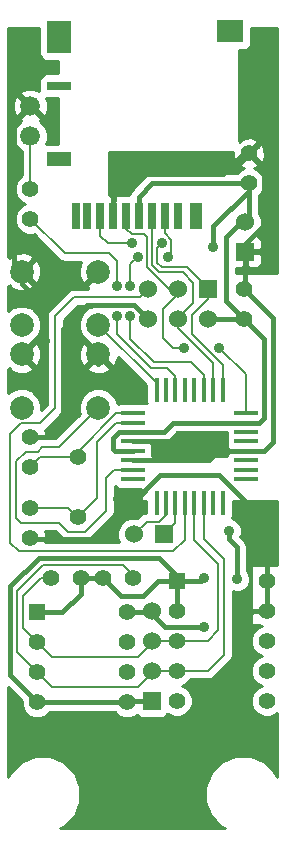
<source format=gbl>
G04 (created by PCBNEW (2013-jul-07)-stable) date 2015年01月19日 01時00分23秒*
%MOIN*%
G04 Gerber Fmt 3.4, Leading zero omitted, Abs format*
%FSLAX34Y34*%
G01*
G70*
G90*
G04 APERTURE LIST*
%ADD10C,0.00590551*%
%ADD11R,0.0787X0.0177*%
%ADD12R,0.0177X0.0787*%
%ADD13R,0.06X0.06*%
%ADD14C,0.06*%
%ADD15C,0.066*%
%ADD16C,0.056*%
%ADD17R,0.0393701X0.0866142*%
%ADD18R,0.0275591X0.0866142*%
%ADD19R,0.0255906X0.0866142*%
%ADD20R,0.0787402X0.0472441*%
%ADD21R,0.0787402X0.0314961*%
%ADD22R,0.0787402X0.110236*%
%ADD23R,0.0905512X0.0748031*%
%ADD24R,0.055X0.055*%
%ADD25C,0.055*%
%ADD26C,0.0787402*%
%ADD27C,0.035*%
%ADD28C,0.008*%
%ADD29C,0.016*%
%ADD30C,0.01*%
G04 APERTURE END LIST*
G54D10*
G54D11*
X28222Y-29812D03*
X28222Y-30127D03*
X28222Y-30442D03*
X28222Y-30757D03*
X28222Y-31072D03*
X28222Y-31387D03*
X28222Y-31702D03*
X28222Y-32017D03*
X31988Y-32015D03*
X31988Y-29805D03*
X31988Y-30125D03*
X31988Y-30445D03*
X31988Y-30755D03*
X31988Y-31075D03*
X31988Y-31385D03*
X31988Y-31705D03*
G54D12*
X29006Y-32805D03*
X29320Y-32805D03*
X29636Y-32805D03*
X29950Y-32805D03*
X30266Y-32805D03*
X30580Y-32805D03*
X30896Y-32805D03*
X31210Y-32805D03*
X29008Y-29025D03*
X29318Y-29025D03*
X29638Y-29025D03*
X29948Y-29025D03*
X30258Y-29025D03*
X30578Y-29025D03*
X30898Y-29025D03*
X31218Y-29025D03*
G54D13*
X30724Y-25681D03*
G54D14*
X30724Y-26681D03*
X29724Y-25681D03*
X29724Y-26681D03*
X28724Y-25681D03*
X28724Y-26681D03*
G54D13*
X31968Y-24437D03*
G54D14*
X31968Y-23437D03*
G54D15*
X24803Y-20578D03*
X24803Y-19578D03*
G54D16*
X26377Y-31283D03*
X26377Y-33283D03*
G54D17*
X30334Y-23228D03*
G54D18*
X29724Y-23228D03*
X29291Y-23228D03*
X28858Y-23228D03*
X28425Y-23228D03*
X27992Y-23228D03*
X27559Y-23228D03*
X27125Y-23228D03*
G54D19*
X26692Y-23228D03*
X26318Y-23228D03*
G54D20*
X25748Y-21338D03*
G54D21*
X25748Y-18897D03*
G54D22*
X25748Y-17263D03*
G54D23*
X31456Y-17086D03*
G54D24*
X25035Y-36452D03*
G54D25*
X25035Y-37452D03*
X25035Y-38452D03*
X25035Y-39452D03*
X28035Y-39452D03*
X28035Y-38452D03*
X28035Y-37452D03*
X28035Y-36452D03*
G54D24*
X29681Y-35401D03*
G54D25*
X29681Y-36401D03*
X29681Y-37401D03*
X29681Y-38401D03*
X29681Y-39401D03*
X32681Y-39401D03*
X32681Y-38401D03*
X32681Y-37401D03*
X32681Y-36401D03*
X32681Y-35401D03*
X24803Y-32964D03*
X24803Y-33964D03*
X24803Y-31602D03*
X24803Y-30602D03*
X31929Y-25681D03*
X31929Y-26681D03*
X32086Y-21153D03*
X32086Y-22153D03*
G54D26*
X27066Y-27854D03*
X27066Y-29625D03*
X24507Y-29625D03*
X24507Y-27854D03*
X27066Y-25098D03*
X27066Y-26870D03*
X24507Y-26870D03*
X24507Y-25098D03*
G54D25*
X26484Y-35314D03*
X25484Y-35314D03*
X27216Y-35314D03*
X28216Y-35314D03*
X24803Y-22334D03*
X24803Y-23334D03*
G54D13*
X28858Y-39413D03*
G54D14*
X28858Y-38413D03*
X28858Y-37413D03*
X28858Y-36413D03*
G54D13*
X29240Y-33858D03*
G54D14*
X28240Y-33858D03*
G54D27*
X27716Y-28818D03*
X27716Y-32677D03*
X25275Y-27401D03*
X26338Y-27401D03*
X31692Y-36929D03*
X30590Y-36929D03*
X32795Y-25039D03*
X32047Y-33740D03*
X28375Y-24600D03*
X29375Y-24600D03*
X28125Y-26575D03*
X28125Y-25575D03*
X27675Y-26575D03*
X27675Y-25575D03*
X28175Y-24150D03*
X29175Y-24150D03*
X31100Y-27625D03*
X29925Y-27625D03*
X31417Y-33740D03*
X30905Y-24291D03*
X31692Y-35354D03*
X30590Y-35314D03*
G54D28*
X29636Y-32805D02*
X29636Y-33462D01*
X29636Y-33462D02*
X29240Y-33858D01*
X29320Y-32805D02*
X29320Y-33199D01*
X28673Y-33425D02*
X28240Y-33858D01*
X29094Y-33425D02*
X28673Y-33425D01*
X29320Y-33199D02*
X29094Y-33425D01*
X29008Y-29025D02*
X29008Y-28811D01*
X29008Y-28811D02*
X27066Y-26870D01*
X29681Y-37401D02*
X30708Y-37401D01*
X30266Y-34045D02*
X30266Y-32805D01*
X31062Y-34842D02*
X30266Y-34045D01*
X31062Y-37047D02*
X31062Y-34842D01*
X30708Y-37401D02*
X31062Y-37047D01*
X24566Y-35905D02*
X24566Y-36984D01*
X25157Y-35314D02*
X24566Y-35905D01*
X25484Y-35314D02*
X25157Y-35314D01*
X24566Y-36984D02*
X25035Y-37452D01*
X28858Y-37413D02*
X28858Y-37480D01*
X28858Y-37480D02*
X28385Y-37952D01*
X25535Y-37952D02*
X25035Y-37452D01*
X28385Y-37952D02*
X25535Y-37952D01*
X28858Y-37413D02*
X29669Y-37413D01*
X29669Y-37413D02*
X29681Y-37401D01*
X30580Y-32805D02*
X30580Y-34005D01*
X30732Y-38401D02*
X29681Y-38401D01*
X31259Y-37874D02*
X30732Y-38401D01*
X31259Y-34685D02*
X31259Y-37874D01*
X30580Y-34005D02*
X31259Y-34685D01*
X28858Y-38413D02*
X28858Y-38464D01*
X25519Y-38937D02*
X25035Y-38452D01*
X28385Y-38937D02*
X25519Y-38937D01*
X28858Y-38464D02*
X28385Y-38937D01*
X24370Y-35748D02*
X24370Y-37787D01*
X24370Y-37787D02*
X25035Y-38452D01*
X28216Y-35314D02*
X28216Y-35224D01*
X25236Y-34881D02*
X24370Y-35748D01*
X27874Y-34881D02*
X25236Y-34881D01*
X28216Y-35224D02*
X27874Y-34881D01*
X28858Y-38413D02*
X29669Y-38413D01*
X29669Y-38413D02*
X29681Y-38401D01*
X27066Y-29625D02*
X25748Y-30944D01*
X27588Y-31702D02*
X28222Y-31702D01*
X27322Y-31968D02*
X27588Y-31702D01*
X27322Y-33070D02*
X27322Y-31968D01*
X26614Y-33779D02*
X27322Y-33070D01*
X26062Y-33779D02*
X26614Y-33779D01*
X25748Y-33464D02*
X26062Y-33779D01*
X24488Y-33464D02*
X25748Y-33464D01*
X24330Y-33307D02*
X24488Y-33464D01*
X24330Y-31417D02*
X24330Y-33307D01*
X24645Y-31102D02*
X24330Y-31417D01*
X25039Y-31102D02*
X24645Y-31102D01*
X25196Y-30944D02*
X25039Y-31102D01*
X25748Y-30944D02*
X25196Y-30944D01*
G54D29*
X27716Y-28818D02*
X27716Y-28503D01*
X27933Y-32893D02*
X27716Y-32677D01*
X28129Y-32893D02*
X27933Y-32893D01*
X27716Y-28503D02*
X27066Y-27854D01*
X25275Y-27401D02*
X24960Y-27401D01*
X24960Y-27401D02*
X24507Y-27854D01*
X25905Y-28031D02*
X25905Y-27834D01*
X24507Y-25492D02*
X24507Y-25098D01*
X25275Y-26259D02*
X24507Y-25492D01*
X25275Y-27401D02*
X25275Y-26259D01*
X25905Y-27834D02*
X26338Y-27401D01*
X25905Y-27007D02*
X25905Y-28031D01*
X25905Y-28031D02*
X25905Y-30039D01*
X28728Y-26681D02*
X28267Y-26220D01*
X28267Y-26220D02*
X26692Y-26220D01*
X26692Y-26220D02*
X25905Y-27007D01*
X26023Y-30039D02*
X25460Y-30602D01*
X24803Y-30602D02*
X25460Y-30602D01*
X28728Y-26681D02*
X28724Y-26681D01*
X28858Y-36413D02*
X28858Y-36496D01*
X32220Y-36401D02*
X32681Y-36401D01*
X31692Y-36929D02*
X32220Y-36401D01*
X29291Y-36929D02*
X30590Y-36929D01*
X28858Y-36496D02*
X29291Y-36929D01*
X28035Y-36452D02*
X28818Y-36452D01*
X28818Y-36452D02*
X28858Y-36413D01*
X32681Y-34098D02*
X32681Y-33468D01*
X29133Y-31889D02*
X28129Y-32893D01*
X32602Y-33389D02*
X31102Y-31889D01*
X31102Y-31889D02*
X29133Y-31889D01*
X32681Y-33468D02*
X32602Y-33389D01*
X32681Y-35401D02*
X32681Y-34098D01*
X32681Y-34098D02*
X32602Y-34019D01*
X32681Y-36401D02*
X32681Y-35401D01*
X27066Y-28169D02*
X27066Y-27854D01*
X32047Y-33740D02*
X32322Y-33740D01*
X32598Y-24842D02*
X32795Y-25039D01*
X32598Y-23543D02*
X32598Y-24842D01*
X32322Y-33740D02*
X32602Y-34019D01*
X32874Y-26968D02*
X32874Y-26625D01*
X32874Y-26968D02*
X32874Y-30787D01*
X32874Y-30787D02*
X32585Y-31075D01*
X31988Y-31075D02*
X32585Y-31075D01*
X32874Y-26625D02*
X31929Y-25681D01*
X31968Y-24437D02*
X31968Y-24173D01*
X32598Y-21665D02*
X32086Y-21153D01*
X32598Y-23543D02*
X32598Y-21665D01*
X31968Y-24173D02*
X32598Y-23543D01*
X32086Y-21153D02*
X31917Y-21153D01*
X31917Y-21153D02*
X31220Y-21850D01*
X27559Y-22480D02*
X27559Y-23228D01*
X28188Y-21850D02*
X27559Y-22480D01*
X31220Y-21850D02*
X28188Y-21850D01*
X27007Y-34015D02*
X24854Y-34015D01*
X24854Y-34015D02*
X24803Y-33964D01*
X28129Y-32893D02*
X27007Y-34015D01*
X31968Y-24437D02*
X31968Y-25641D01*
X31968Y-25641D02*
X31929Y-25681D01*
X29960Y-30748D02*
X29960Y-30757D01*
X29970Y-30757D02*
X29960Y-30748D01*
X24803Y-19578D02*
X24791Y-19578D01*
X24791Y-19578D02*
X24251Y-20118D01*
X24251Y-20118D02*
X24251Y-24842D01*
X24251Y-24842D02*
X24507Y-25098D01*
X24803Y-30602D02*
X24803Y-30629D01*
X28222Y-31387D02*
X29606Y-31387D01*
X29606Y-31387D02*
X30763Y-31387D01*
X30763Y-31387D02*
X31075Y-31075D01*
X28222Y-30757D02*
X29960Y-30757D01*
X29960Y-30757D02*
X30757Y-30757D01*
X30757Y-30757D02*
X31075Y-31075D01*
X31075Y-31075D02*
X31988Y-31075D01*
G54D28*
X28125Y-25575D02*
X28125Y-24850D01*
X29375Y-24600D02*
X29500Y-24475D01*
X29500Y-24475D02*
X29500Y-24025D01*
X29500Y-24025D02*
X29291Y-23816D01*
X29291Y-23228D02*
X29291Y-23816D01*
X28910Y-28110D02*
X28125Y-27325D01*
X28125Y-27325D02*
X28125Y-26575D01*
X30578Y-28530D02*
X30578Y-29025D01*
X30157Y-28110D02*
X28976Y-28110D01*
X30578Y-28530D02*
X30157Y-28110D01*
X28976Y-28110D02*
X28910Y-28110D01*
X28910Y-28110D02*
X28910Y-28110D01*
X28125Y-24850D02*
X28375Y-24600D01*
X29250Y-23269D02*
X29291Y-23228D01*
X25956Y-24488D02*
X27413Y-24488D01*
X24803Y-23334D02*
X25956Y-24488D01*
X28807Y-28307D02*
X27675Y-27175D01*
X27675Y-27175D02*
X27675Y-26575D01*
X27675Y-25575D02*
X27675Y-24750D01*
X29638Y-28588D02*
X29357Y-28307D01*
X29357Y-28307D02*
X28818Y-28307D01*
X29638Y-28588D02*
X29638Y-29025D01*
X28818Y-28307D02*
X28807Y-28307D01*
X27413Y-24488D02*
X27675Y-24750D01*
X24803Y-20578D02*
X24803Y-22334D01*
X26377Y-31283D02*
X25122Y-31283D01*
X25122Y-31283D02*
X24803Y-31602D01*
X26377Y-31283D02*
X26377Y-31102D01*
X27667Y-29812D02*
X28222Y-29812D01*
X26377Y-31102D02*
X27667Y-29812D01*
X24803Y-32964D02*
X26059Y-32964D01*
X26059Y-32964D02*
X26377Y-33283D01*
X28222Y-30127D02*
X27667Y-30127D01*
X27007Y-32653D02*
X26377Y-33283D01*
X27007Y-30787D02*
X27007Y-32653D01*
X27667Y-30127D02*
X27007Y-30787D01*
X29950Y-32805D02*
X29950Y-34026D01*
X25629Y-29645D02*
X25629Y-26574D01*
X25629Y-26574D02*
X26254Y-25950D01*
X26254Y-25950D02*
X28455Y-25950D01*
X28455Y-25950D02*
X28724Y-25681D01*
X24133Y-34133D02*
X24133Y-30511D01*
X24133Y-30511D02*
X24488Y-30157D01*
X24488Y-30157D02*
X25118Y-30157D01*
X25118Y-30157D02*
X25629Y-29645D01*
X24409Y-34409D02*
X24133Y-34133D01*
X29566Y-34409D02*
X24409Y-34409D01*
X29950Y-34026D02*
X29566Y-34409D01*
X30236Y-26141D02*
X30236Y-25472D01*
X29724Y-26653D02*
X30236Y-26141D01*
X29724Y-26681D02*
X29724Y-26653D01*
X28858Y-24883D02*
X28858Y-23228D01*
X29093Y-25118D02*
X28858Y-24883D01*
X29881Y-25118D02*
X29093Y-25118D01*
X30236Y-25472D02*
X29881Y-25118D01*
X30898Y-29025D02*
X30898Y-28142D01*
X29724Y-26968D02*
X29724Y-26681D01*
X30898Y-28142D02*
X29724Y-26968D01*
X27825Y-24150D02*
X27375Y-24150D01*
X29175Y-24950D02*
X29025Y-24800D01*
X29025Y-24800D02*
X29025Y-24300D01*
X29025Y-24300D02*
X29175Y-24150D01*
X30724Y-25681D02*
X30724Y-25649D01*
X27825Y-24150D02*
X28175Y-24150D01*
X30025Y-24950D02*
X29350Y-24950D01*
X30724Y-25649D02*
X30025Y-24950D01*
X29350Y-24950D02*
X29175Y-24950D01*
X27125Y-23900D02*
X27125Y-23228D01*
X27375Y-24150D02*
X27125Y-23900D01*
X31218Y-29025D02*
X31218Y-28193D01*
X30724Y-26007D02*
X30724Y-25681D01*
X30196Y-26535D02*
X30724Y-26007D01*
X30196Y-27171D02*
X30196Y-26535D01*
X31218Y-28193D02*
X30196Y-27171D01*
X29724Y-25681D02*
X29724Y-25825D01*
X31988Y-28513D02*
X31100Y-27625D01*
X29925Y-27625D02*
X29550Y-27625D01*
X31988Y-28513D02*
X31988Y-29805D01*
X29225Y-27300D02*
X29550Y-27625D01*
X29225Y-26325D02*
X29225Y-27300D01*
X29724Y-25825D02*
X29225Y-26325D01*
X27992Y-23228D02*
X27992Y-23661D01*
X29406Y-25681D02*
X29724Y-25681D01*
X28677Y-24952D02*
X29406Y-25681D01*
X28677Y-23952D02*
X28677Y-24952D01*
X28575Y-23850D02*
X28677Y-23952D01*
X28180Y-23850D02*
X28575Y-23850D01*
X27992Y-23661D02*
X28180Y-23850D01*
X29724Y-25681D02*
X29539Y-25681D01*
G54D29*
X29681Y-35401D02*
X30503Y-35401D01*
X32086Y-22401D02*
X32086Y-22153D01*
X30905Y-23582D02*
X30905Y-24291D01*
X32086Y-22401D02*
X30905Y-23582D01*
X31417Y-34015D02*
X31417Y-33740D01*
X31692Y-34291D02*
X31417Y-34015D01*
X31692Y-35354D02*
X31692Y-34291D01*
X30503Y-35401D02*
X30590Y-35314D01*
X26484Y-35314D02*
X26484Y-35838D01*
X25870Y-36452D02*
X25035Y-36452D01*
X26484Y-35838D02*
X25870Y-36452D01*
X27216Y-35314D02*
X26484Y-35314D01*
X29681Y-35401D02*
X29047Y-35401D01*
X27807Y-35905D02*
X27216Y-35314D01*
X28543Y-35905D02*
X27807Y-35905D01*
X29047Y-35401D02*
X28543Y-35905D01*
X29681Y-36401D02*
X29681Y-35401D01*
X25035Y-39452D02*
X28035Y-39452D01*
X28035Y-39452D02*
X28074Y-39413D01*
X28074Y-39413D02*
X28858Y-39413D01*
X24133Y-37244D02*
X24133Y-38551D01*
X29681Y-35232D02*
X29094Y-34645D01*
X29094Y-34645D02*
X25078Y-34645D01*
X25078Y-34645D02*
X24133Y-35590D01*
X24133Y-35590D02*
X24133Y-37244D01*
X29681Y-35401D02*
X29681Y-35232D01*
X24133Y-38551D02*
X25035Y-39452D01*
X31988Y-30125D02*
X32433Y-30125D01*
X32598Y-27350D02*
X31929Y-26681D01*
X32598Y-29960D02*
X32598Y-27350D01*
X32433Y-30125D02*
X32598Y-29960D01*
X31968Y-23437D02*
X31838Y-23437D01*
X31838Y-23437D02*
X31338Y-23937D01*
X31338Y-23937D02*
X31338Y-26090D01*
X31338Y-26090D02*
X31929Y-26681D01*
X32086Y-22153D02*
X32086Y-23318D01*
X32086Y-23318D02*
X31968Y-23437D01*
X30724Y-26681D02*
X31929Y-26681D01*
X32086Y-22153D02*
X28870Y-22153D01*
X28870Y-22153D02*
X28425Y-22598D01*
X28425Y-22598D02*
X28425Y-23228D01*
X31988Y-30125D02*
X29559Y-30125D01*
X29242Y-30442D02*
X28222Y-30442D01*
X29559Y-30125D02*
X29242Y-30442D01*
X28222Y-30442D02*
X27746Y-30442D01*
X27607Y-31072D02*
X28222Y-31072D01*
X27559Y-31023D02*
X27607Y-31072D01*
X27559Y-30629D02*
X27559Y-31023D01*
X27746Y-30442D02*
X27559Y-30629D01*
G54D10*
G36*
X24879Y-30607D02*
X24808Y-30678D01*
X24803Y-30673D01*
X24797Y-30678D01*
X24726Y-30607D01*
X24732Y-30602D01*
X24726Y-30596D01*
X24797Y-30526D01*
X24803Y-30531D01*
X24808Y-30526D01*
X24879Y-30596D01*
X24873Y-30602D01*
X24879Y-30607D01*
X24879Y-30607D01*
G37*
G54D30*
X24879Y-30607D02*
X24808Y-30678D01*
X24803Y-30673D01*
X24797Y-30678D01*
X24726Y-30607D01*
X24732Y-30602D01*
X24726Y-30596D01*
X24797Y-30526D01*
X24803Y-30531D01*
X24808Y-30526D01*
X24879Y-30596D01*
X24873Y-30602D01*
X24879Y-30607D01*
G54D10*
G36*
X24879Y-33970D02*
X24808Y-34040D01*
X24803Y-34035D01*
X24797Y-34040D01*
X24726Y-33970D01*
X24732Y-33964D01*
X24726Y-33958D01*
X24797Y-33888D01*
X24803Y-33893D01*
X24808Y-33888D01*
X24879Y-33958D01*
X24873Y-33964D01*
X24879Y-33970D01*
X24879Y-33970D01*
G37*
G54D30*
X24879Y-33970D02*
X24808Y-34040D01*
X24803Y-34035D01*
X24797Y-34040D01*
X24726Y-33970D01*
X24732Y-33964D01*
X24726Y-33958D01*
X24797Y-33888D01*
X24803Y-33893D01*
X24808Y-33888D01*
X24879Y-33958D01*
X24873Y-33964D01*
X24879Y-33970D01*
G54D10*
G36*
X27143Y-25103D02*
X27072Y-25174D01*
X27066Y-25169D01*
X26683Y-25552D01*
X26722Y-25657D01*
X26730Y-25660D01*
X26254Y-25660D01*
X26254Y-25660D01*
X26143Y-25682D01*
X26049Y-25744D01*
X26049Y-25744D01*
X26049Y-25744D01*
X25424Y-26369D01*
X25361Y-26463D01*
X25339Y-26574D01*
X25339Y-29525D01*
X25155Y-29709D01*
X25155Y-27958D01*
X25155Y-25202D01*
X25146Y-24946D01*
X25066Y-24754D01*
X24961Y-24715D01*
X24890Y-24786D01*
X24578Y-25098D01*
X24961Y-25481D01*
X25066Y-25442D01*
X25155Y-25202D01*
X25155Y-27958D01*
X25146Y-27702D01*
X25066Y-27510D01*
X24961Y-27471D01*
X24578Y-27854D01*
X24961Y-28237D01*
X25066Y-28198D01*
X25155Y-27958D01*
X25155Y-29709D01*
X25151Y-29713D01*
X25151Y-29498D01*
X25053Y-29261D01*
X24890Y-29098D01*
X24872Y-29080D01*
X24636Y-28982D01*
X24380Y-28982D01*
X24143Y-29079D01*
X24065Y-29157D01*
X24065Y-28338D01*
X24079Y-28353D01*
X24124Y-28308D01*
X24163Y-28413D01*
X24403Y-28502D01*
X24659Y-28492D01*
X24852Y-28413D01*
X24890Y-28308D01*
X24507Y-27925D01*
X24502Y-27930D01*
X24431Y-27859D01*
X24437Y-27854D01*
X24431Y-27848D01*
X24502Y-27778D01*
X24507Y-27783D01*
X24890Y-27400D01*
X24890Y-27398D01*
X25053Y-27235D01*
X25151Y-26998D01*
X25151Y-26742D01*
X25053Y-26505D01*
X24890Y-26342D01*
X24872Y-26324D01*
X24636Y-26226D01*
X24380Y-26226D01*
X24143Y-26324D01*
X24065Y-26401D01*
X24065Y-25583D01*
X24079Y-25597D01*
X24124Y-25552D01*
X24163Y-25657D01*
X24403Y-25746D01*
X24659Y-25736D01*
X24852Y-25657D01*
X24890Y-25552D01*
X24507Y-25169D01*
X24502Y-25174D01*
X24431Y-25103D01*
X24437Y-25098D01*
X24431Y-25092D01*
X24502Y-25022D01*
X24507Y-25027D01*
X24890Y-24644D01*
X24852Y-24539D01*
X24612Y-24450D01*
X24356Y-24459D01*
X24163Y-24539D01*
X24124Y-24644D01*
X24079Y-24599D01*
X24065Y-24613D01*
X24065Y-16979D01*
X25104Y-16979D01*
X25104Y-17864D01*
X25142Y-17956D01*
X25212Y-18026D01*
X25304Y-18064D01*
X25403Y-18065D01*
X25737Y-18065D01*
X25737Y-18490D01*
X25304Y-18490D01*
X25212Y-18528D01*
X25142Y-18598D01*
X25104Y-18690D01*
X25104Y-18789D01*
X25104Y-19070D01*
X24892Y-18994D01*
X24661Y-19004D01*
X24497Y-19072D01*
X24466Y-19171D01*
X24803Y-19508D01*
X24808Y-19502D01*
X24879Y-19573D01*
X24873Y-19578D01*
X25210Y-19915D01*
X25309Y-19884D01*
X25387Y-19667D01*
X25377Y-19437D01*
X25322Y-19305D01*
X25403Y-19305D01*
X25737Y-19305D01*
X25737Y-20852D01*
X25317Y-20852D01*
X25383Y-20694D01*
X25383Y-20463D01*
X25295Y-20250D01*
X25132Y-20087D01*
X25111Y-20078D01*
X25140Y-19986D01*
X24803Y-19649D01*
X24732Y-19720D01*
X24732Y-19578D01*
X24395Y-19241D01*
X24297Y-19272D01*
X24218Y-19489D01*
X24228Y-19720D01*
X24297Y-19884D01*
X24395Y-19915D01*
X24732Y-19578D01*
X24732Y-19720D01*
X24466Y-19986D01*
X24495Y-20078D01*
X24475Y-20086D01*
X24311Y-20249D01*
X24223Y-20462D01*
X24223Y-20693D01*
X24311Y-20906D01*
X24474Y-21070D01*
X24513Y-21086D01*
X24513Y-21886D01*
X24506Y-21889D01*
X24358Y-22036D01*
X24278Y-22229D01*
X24278Y-22438D01*
X24357Y-22631D01*
X24505Y-22779D01*
X24638Y-22834D01*
X24506Y-22889D01*
X24358Y-23036D01*
X24278Y-23229D01*
X24278Y-23438D01*
X24357Y-23631D01*
X24505Y-23779D01*
X24698Y-23859D01*
X24907Y-23859D01*
X24914Y-23856D01*
X25751Y-24693D01*
X25751Y-24693D01*
X25845Y-24756D01*
X25956Y-24778D01*
X25956Y-24778D01*
X25956Y-24778D01*
X26499Y-24778D01*
X26418Y-24994D01*
X26428Y-25250D01*
X26508Y-25442D01*
X26613Y-25481D01*
X26996Y-25098D01*
X26990Y-25092D01*
X27061Y-25022D01*
X27066Y-25027D01*
X27072Y-25022D01*
X27143Y-25092D01*
X27137Y-25098D01*
X27143Y-25103D01*
X27143Y-25103D01*
G37*
G54D30*
X27143Y-25103D02*
X27072Y-25174D01*
X27066Y-25169D01*
X26683Y-25552D01*
X26722Y-25657D01*
X26730Y-25660D01*
X26254Y-25660D01*
X26254Y-25660D01*
X26143Y-25682D01*
X26049Y-25744D01*
X26049Y-25744D01*
X26049Y-25744D01*
X25424Y-26369D01*
X25361Y-26463D01*
X25339Y-26574D01*
X25339Y-29525D01*
X25155Y-29709D01*
X25155Y-27958D01*
X25155Y-25202D01*
X25146Y-24946D01*
X25066Y-24754D01*
X24961Y-24715D01*
X24890Y-24786D01*
X24578Y-25098D01*
X24961Y-25481D01*
X25066Y-25442D01*
X25155Y-25202D01*
X25155Y-27958D01*
X25146Y-27702D01*
X25066Y-27510D01*
X24961Y-27471D01*
X24578Y-27854D01*
X24961Y-28237D01*
X25066Y-28198D01*
X25155Y-27958D01*
X25155Y-29709D01*
X25151Y-29713D01*
X25151Y-29498D01*
X25053Y-29261D01*
X24890Y-29098D01*
X24872Y-29080D01*
X24636Y-28982D01*
X24380Y-28982D01*
X24143Y-29079D01*
X24065Y-29157D01*
X24065Y-28338D01*
X24079Y-28353D01*
X24124Y-28308D01*
X24163Y-28413D01*
X24403Y-28502D01*
X24659Y-28492D01*
X24852Y-28413D01*
X24890Y-28308D01*
X24507Y-27925D01*
X24502Y-27930D01*
X24431Y-27859D01*
X24437Y-27854D01*
X24431Y-27848D01*
X24502Y-27778D01*
X24507Y-27783D01*
X24890Y-27400D01*
X24890Y-27398D01*
X25053Y-27235D01*
X25151Y-26998D01*
X25151Y-26742D01*
X25053Y-26505D01*
X24890Y-26342D01*
X24872Y-26324D01*
X24636Y-26226D01*
X24380Y-26226D01*
X24143Y-26324D01*
X24065Y-26401D01*
X24065Y-25583D01*
X24079Y-25597D01*
X24124Y-25552D01*
X24163Y-25657D01*
X24403Y-25746D01*
X24659Y-25736D01*
X24852Y-25657D01*
X24890Y-25552D01*
X24507Y-25169D01*
X24502Y-25174D01*
X24431Y-25103D01*
X24437Y-25098D01*
X24431Y-25092D01*
X24502Y-25022D01*
X24507Y-25027D01*
X24890Y-24644D01*
X24852Y-24539D01*
X24612Y-24450D01*
X24356Y-24459D01*
X24163Y-24539D01*
X24124Y-24644D01*
X24079Y-24599D01*
X24065Y-24613D01*
X24065Y-16979D01*
X25104Y-16979D01*
X25104Y-17864D01*
X25142Y-17956D01*
X25212Y-18026D01*
X25304Y-18064D01*
X25403Y-18065D01*
X25737Y-18065D01*
X25737Y-18490D01*
X25304Y-18490D01*
X25212Y-18528D01*
X25142Y-18598D01*
X25104Y-18690D01*
X25104Y-18789D01*
X25104Y-19070D01*
X24892Y-18994D01*
X24661Y-19004D01*
X24497Y-19072D01*
X24466Y-19171D01*
X24803Y-19508D01*
X24808Y-19502D01*
X24879Y-19573D01*
X24873Y-19578D01*
X25210Y-19915D01*
X25309Y-19884D01*
X25387Y-19667D01*
X25377Y-19437D01*
X25322Y-19305D01*
X25403Y-19305D01*
X25737Y-19305D01*
X25737Y-20852D01*
X25317Y-20852D01*
X25383Y-20694D01*
X25383Y-20463D01*
X25295Y-20250D01*
X25132Y-20087D01*
X25111Y-20078D01*
X25140Y-19986D01*
X24803Y-19649D01*
X24732Y-19720D01*
X24732Y-19578D01*
X24395Y-19241D01*
X24297Y-19272D01*
X24218Y-19489D01*
X24228Y-19720D01*
X24297Y-19884D01*
X24395Y-19915D01*
X24732Y-19578D01*
X24732Y-19720D01*
X24466Y-19986D01*
X24495Y-20078D01*
X24475Y-20086D01*
X24311Y-20249D01*
X24223Y-20462D01*
X24223Y-20693D01*
X24311Y-20906D01*
X24474Y-21070D01*
X24513Y-21086D01*
X24513Y-21886D01*
X24506Y-21889D01*
X24358Y-22036D01*
X24278Y-22229D01*
X24278Y-22438D01*
X24357Y-22631D01*
X24505Y-22779D01*
X24638Y-22834D01*
X24506Y-22889D01*
X24358Y-23036D01*
X24278Y-23229D01*
X24278Y-23438D01*
X24357Y-23631D01*
X24505Y-23779D01*
X24698Y-23859D01*
X24907Y-23859D01*
X24914Y-23856D01*
X25751Y-24693D01*
X25751Y-24693D01*
X25845Y-24756D01*
X25956Y-24778D01*
X25956Y-24778D01*
X25956Y-24778D01*
X26499Y-24778D01*
X26418Y-24994D01*
X26428Y-25250D01*
X26508Y-25442D01*
X26613Y-25481D01*
X26996Y-25098D01*
X26990Y-25092D01*
X27061Y-25022D01*
X27066Y-25027D01*
X27072Y-25022D01*
X27143Y-25092D01*
X27137Y-25098D01*
X27143Y-25103D01*
G54D10*
G36*
X28667Y-33136D02*
X28562Y-33157D01*
X28468Y-33220D01*
X28468Y-33220D01*
X28468Y-33220D01*
X28371Y-33317D01*
X28350Y-33308D01*
X28131Y-33308D01*
X27929Y-33391D01*
X27774Y-33546D01*
X27690Y-33748D01*
X27690Y-33967D01*
X27752Y-34119D01*
X25305Y-34119D01*
X25333Y-34040D01*
X25321Y-33831D01*
X25289Y-33754D01*
X25627Y-33754D01*
X25857Y-33984D01*
X25857Y-33984D01*
X25952Y-34047D01*
X26062Y-34069D01*
X26062Y-34069D01*
X26062Y-34069D01*
X26614Y-34069D01*
X26725Y-34047D01*
X26819Y-33984D01*
X27527Y-33275D01*
X27590Y-33181D01*
X27612Y-33070D01*
X27612Y-32238D01*
X27616Y-32247D01*
X27686Y-32317D01*
X27778Y-32355D01*
X27878Y-32356D01*
X28493Y-32356D01*
X28493Y-32727D01*
X28667Y-32727D01*
X28667Y-33136D01*
X28667Y-33136D01*
G37*
G54D30*
X28667Y-33136D02*
X28562Y-33157D01*
X28468Y-33220D01*
X28468Y-33220D01*
X28468Y-33220D01*
X28371Y-33317D01*
X28350Y-33308D01*
X28131Y-33308D01*
X27929Y-33391D01*
X27774Y-33546D01*
X27690Y-33748D01*
X27690Y-33967D01*
X27752Y-34119D01*
X25305Y-34119D01*
X25333Y-34040D01*
X25321Y-33831D01*
X25289Y-33754D01*
X25627Y-33754D01*
X25857Y-33984D01*
X25857Y-33984D01*
X25952Y-34047D01*
X26062Y-34069D01*
X26062Y-34069D01*
X26062Y-34069D01*
X26614Y-34069D01*
X26725Y-34047D01*
X26819Y-33984D01*
X27527Y-33275D01*
X27590Y-33181D01*
X27612Y-33070D01*
X27612Y-32238D01*
X27616Y-32247D01*
X27686Y-32317D01*
X27778Y-32355D01*
X27878Y-32356D01*
X28493Y-32356D01*
X28493Y-32727D01*
X28667Y-32727D01*
X28667Y-33136D01*
G54D10*
G36*
X28673Y-29477D02*
X28665Y-29474D01*
X28566Y-29473D01*
X27779Y-29473D01*
X27710Y-29502D01*
X27710Y-29498D01*
X27612Y-29261D01*
X27449Y-29098D01*
X27449Y-28308D01*
X27066Y-27925D01*
X26996Y-27995D01*
X26996Y-27854D01*
X26613Y-27471D01*
X26508Y-27510D01*
X26418Y-27750D01*
X26428Y-28006D01*
X26508Y-28198D01*
X26613Y-28237D01*
X26996Y-27854D01*
X26996Y-27995D01*
X26683Y-28308D01*
X26722Y-28413D01*
X26962Y-28502D01*
X27218Y-28492D01*
X27411Y-28413D01*
X27449Y-28308D01*
X27449Y-29098D01*
X27432Y-29080D01*
X27195Y-28982D01*
X26939Y-28982D01*
X26702Y-29079D01*
X26521Y-29260D01*
X26423Y-29497D01*
X26423Y-29753D01*
X26454Y-29828D01*
X25627Y-30654D01*
X25331Y-30654D01*
X25321Y-30469D01*
X25287Y-30386D01*
X25323Y-30362D01*
X25834Y-29850D01*
X25834Y-29850D01*
X25834Y-29850D01*
X25897Y-29756D01*
X25919Y-29645D01*
X25919Y-26694D01*
X26374Y-26240D01*
X26906Y-26240D01*
X26702Y-26324D01*
X26521Y-26504D01*
X26423Y-26741D01*
X26423Y-26997D01*
X26520Y-27234D01*
X26684Y-27398D01*
X26683Y-27400D01*
X27066Y-27783D01*
X27072Y-27778D01*
X27143Y-27848D01*
X27137Y-27854D01*
X27520Y-28237D01*
X27625Y-28198D01*
X27714Y-27958D01*
X27713Y-27927D01*
X28669Y-28882D01*
X28669Y-29468D01*
X28673Y-29477D01*
X28673Y-29477D01*
G37*
G54D30*
X28673Y-29477D02*
X28665Y-29474D01*
X28566Y-29473D01*
X27779Y-29473D01*
X27710Y-29502D01*
X27710Y-29498D01*
X27612Y-29261D01*
X27449Y-29098D01*
X27449Y-28308D01*
X27066Y-27925D01*
X26996Y-27995D01*
X26996Y-27854D01*
X26613Y-27471D01*
X26508Y-27510D01*
X26418Y-27750D01*
X26428Y-28006D01*
X26508Y-28198D01*
X26613Y-28237D01*
X26996Y-27854D01*
X26996Y-27995D01*
X26683Y-28308D01*
X26722Y-28413D01*
X26962Y-28502D01*
X27218Y-28492D01*
X27411Y-28413D01*
X27449Y-28308D01*
X27449Y-29098D01*
X27432Y-29080D01*
X27195Y-28982D01*
X26939Y-28982D01*
X26702Y-29079D01*
X26521Y-29260D01*
X26423Y-29497D01*
X26423Y-29753D01*
X26454Y-29828D01*
X25627Y-30654D01*
X25331Y-30654D01*
X25321Y-30469D01*
X25287Y-30386D01*
X25323Y-30362D01*
X25834Y-29850D01*
X25834Y-29850D01*
X25834Y-29850D01*
X25897Y-29756D01*
X25919Y-29645D01*
X25919Y-26694D01*
X26374Y-26240D01*
X26906Y-26240D01*
X26702Y-26324D01*
X26521Y-26504D01*
X26423Y-26741D01*
X26423Y-26997D01*
X26520Y-27234D01*
X26684Y-27398D01*
X26683Y-27400D01*
X27066Y-27783D01*
X27072Y-27778D01*
X27143Y-27848D01*
X27137Y-27854D01*
X27520Y-28237D01*
X27625Y-28198D01*
X27714Y-27958D01*
X27713Y-27927D01*
X28669Y-28882D01*
X28669Y-29468D01*
X28673Y-29477D01*
G54D10*
G36*
X28800Y-26686D02*
X28729Y-26757D01*
X28724Y-26751D01*
X28718Y-26757D01*
X28648Y-26686D01*
X28653Y-26681D01*
X28648Y-26675D01*
X28718Y-26604D01*
X28724Y-26610D01*
X28729Y-26604D01*
X28800Y-26675D01*
X28795Y-26681D01*
X28800Y-26686D01*
X28800Y-26686D01*
G37*
G54D30*
X28800Y-26686D02*
X28729Y-26757D01*
X28724Y-26751D01*
X28718Y-26757D01*
X28648Y-26686D01*
X28653Y-26681D01*
X28648Y-26675D01*
X28718Y-26604D01*
X28724Y-26610D01*
X28729Y-26604D01*
X28800Y-26675D01*
X28795Y-26681D01*
X28800Y-26686D01*
G54D10*
G36*
X31488Y-31070D02*
X31453Y-31084D01*
X31418Y-31119D01*
X31407Y-31119D01*
X31344Y-31182D01*
X31344Y-31213D01*
X31351Y-31230D01*
X31344Y-31247D01*
X31344Y-31249D01*
X28865Y-31249D01*
X28865Y-31249D01*
X28857Y-31230D01*
X28865Y-31210D01*
X28865Y-31111D01*
X28865Y-30934D01*
X28857Y-30915D01*
X28865Y-30895D01*
X28865Y-30864D01*
X28808Y-30807D01*
X28865Y-30807D01*
X28865Y-30772D01*
X29242Y-30772D01*
X29368Y-30747D01*
X29368Y-30747D01*
X29475Y-30675D01*
X29696Y-30455D01*
X31344Y-30455D01*
X31344Y-30583D01*
X31351Y-30600D01*
X31344Y-30617D01*
X31344Y-30716D01*
X31344Y-30893D01*
X31353Y-30915D01*
X31344Y-30937D01*
X31344Y-30968D01*
X31407Y-31031D01*
X31428Y-31031D01*
X31452Y-31055D01*
X31488Y-31070D01*
X31488Y-31070D01*
G37*
G54D30*
X31488Y-31070D02*
X31453Y-31084D01*
X31418Y-31119D01*
X31407Y-31119D01*
X31344Y-31182D01*
X31344Y-31213D01*
X31351Y-31230D01*
X31344Y-31247D01*
X31344Y-31249D01*
X28865Y-31249D01*
X28865Y-31249D01*
X28857Y-31230D01*
X28865Y-31210D01*
X28865Y-31111D01*
X28865Y-30934D01*
X28857Y-30915D01*
X28865Y-30895D01*
X28865Y-30864D01*
X28808Y-30807D01*
X28865Y-30807D01*
X28865Y-30772D01*
X29242Y-30772D01*
X29368Y-30747D01*
X29368Y-30747D01*
X29475Y-30675D01*
X29696Y-30455D01*
X31344Y-30455D01*
X31344Y-30583D01*
X31351Y-30600D01*
X31344Y-30617D01*
X31344Y-30716D01*
X31344Y-30893D01*
X31353Y-30915D01*
X31344Y-30937D01*
X31344Y-30968D01*
X31407Y-31031D01*
X31428Y-31031D01*
X31452Y-31055D01*
X31488Y-31070D01*
G54D10*
G36*
X33020Y-25146D02*
X32616Y-25146D01*
X32616Y-21229D01*
X32605Y-21020D01*
X32547Y-20880D01*
X32454Y-20856D01*
X32383Y-20927D01*
X32157Y-21153D01*
X32454Y-21450D01*
X32547Y-21426D01*
X32616Y-21229D01*
X32616Y-25146D01*
X32518Y-25146D01*
X32518Y-24786D01*
X32518Y-24549D01*
X32456Y-24487D01*
X32018Y-24487D01*
X32018Y-24924D01*
X32081Y-24987D01*
X32218Y-24987D01*
X32318Y-24986D01*
X32410Y-24948D01*
X32480Y-24878D01*
X32518Y-24786D01*
X32518Y-25146D01*
X31668Y-25146D01*
X31668Y-24987D01*
X31718Y-24987D01*
X31856Y-24987D01*
X31918Y-24924D01*
X31918Y-24487D01*
X31910Y-24487D01*
X31910Y-24387D01*
X31918Y-24387D01*
X31918Y-24379D01*
X32018Y-24379D01*
X32018Y-24387D01*
X32456Y-24387D01*
X32518Y-24324D01*
X32518Y-24087D01*
X32480Y-23995D01*
X32410Y-23925D01*
X32318Y-23887D01*
X32296Y-23887D01*
X32434Y-23748D01*
X32518Y-23546D01*
X32518Y-23328D01*
X32435Y-23125D01*
X32416Y-23107D01*
X32416Y-22565D01*
X32531Y-22451D01*
X32611Y-22258D01*
X32611Y-22049D01*
X32531Y-21856D01*
X32384Y-21708D01*
X32257Y-21656D01*
X32359Y-21614D01*
X32383Y-21521D01*
X32086Y-21224D01*
X31789Y-21521D01*
X31813Y-21614D01*
X31923Y-21652D01*
X31789Y-21708D01*
X31674Y-21823D01*
X28870Y-21823D01*
X28743Y-21848D01*
X28636Y-21920D01*
X28191Y-22365D01*
X28120Y-22472D01*
X28105Y-22545D01*
X28080Y-22545D01*
X27804Y-22545D01*
X27775Y-22557D01*
X27746Y-22545D01*
X27671Y-22545D01*
X27609Y-22607D01*
X27609Y-22734D01*
X27604Y-22745D01*
X27604Y-22844D01*
X27604Y-23286D01*
X27513Y-23286D01*
X27513Y-22745D01*
X27509Y-22734D01*
X27509Y-22607D01*
X27446Y-22545D01*
X27412Y-22545D01*
X27412Y-21112D01*
X31558Y-21112D01*
X31568Y-21286D01*
X31626Y-21426D01*
X31718Y-21450D01*
X32015Y-21153D01*
X32010Y-21147D01*
X32081Y-21077D01*
X32086Y-21082D01*
X32383Y-20785D01*
X32359Y-20692D01*
X32162Y-20623D01*
X31953Y-20634D01*
X31813Y-20692D01*
X31789Y-20785D01*
X31744Y-20740D01*
X31742Y-20741D01*
X31742Y-17710D01*
X31958Y-17710D01*
X32050Y-17672D01*
X32121Y-17602D01*
X32159Y-17510D01*
X32159Y-17411D01*
X32159Y-16979D01*
X33020Y-16979D01*
X33020Y-25146D01*
X33020Y-25146D01*
G37*
G54D30*
X33020Y-25146D02*
X32616Y-25146D01*
X32616Y-21229D01*
X32605Y-21020D01*
X32547Y-20880D01*
X32454Y-20856D01*
X32383Y-20927D01*
X32157Y-21153D01*
X32454Y-21450D01*
X32547Y-21426D01*
X32616Y-21229D01*
X32616Y-25146D01*
X32518Y-25146D01*
X32518Y-24786D01*
X32518Y-24549D01*
X32456Y-24487D01*
X32018Y-24487D01*
X32018Y-24924D01*
X32081Y-24987D01*
X32218Y-24987D01*
X32318Y-24986D01*
X32410Y-24948D01*
X32480Y-24878D01*
X32518Y-24786D01*
X32518Y-25146D01*
X31668Y-25146D01*
X31668Y-24987D01*
X31718Y-24987D01*
X31856Y-24987D01*
X31918Y-24924D01*
X31918Y-24487D01*
X31910Y-24487D01*
X31910Y-24387D01*
X31918Y-24387D01*
X31918Y-24379D01*
X32018Y-24379D01*
X32018Y-24387D01*
X32456Y-24387D01*
X32518Y-24324D01*
X32518Y-24087D01*
X32480Y-23995D01*
X32410Y-23925D01*
X32318Y-23887D01*
X32296Y-23887D01*
X32434Y-23748D01*
X32518Y-23546D01*
X32518Y-23328D01*
X32435Y-23125D01*
X32416Y-23107D01*
X32416Y-22565D01*
X32531Y-22451D01*
X32611Y-22258D01*
X32611Y-22049D01*
X32531Y-21856D01*
X32384Y-21708D01*
X32257Y-21656D01*
X32359Y-21614D01*
X32383Y-21521D01*
X32086Y-21224D01*
X31789Y-21521D01*
X31813Y-21614D01*
X31923Y-21652D01*
X31789Y-21708D01*
X31674Y-21823D01*
X28870Y-21823D01*
X28743Y-21848D01*
X28636Y-21920D01*
X28191Y-22365D01*
X28120Y-22472D01*
X28105Y-22545D01*
X28080Y-22545D01*
X27804Y-22545D01*
X27775Y-22557D01*
X27746Y-22545D01*
X27671Y-22545D01*
X27609Y-22607D01*
X27609Y-22734D01*
X27604Y-22745D01*
X27604Y-22844D01*
X27604Y-23286D01*
X27513Y-23286D01*
X27513Y-22745D01*
X27509Y-22734D01*
X27509Y-22607D01*
X27446Y-22545D01*
X27412Y-22545D01*
X27412Y-21112D01*
X31558Y-21112D01*
X31568Y-21286D01*
X31626Y-21426D01*
X31718Y-21450D01*
X32015Y-21153D01*
X32010Y-21147D01*
X32081Y-21077D01*
X32086Y-21082D01*
X32383Y-20785D01*
X32359Y-20692D01*
X32162Y-20623D01*
X31953Y-20634D01*
X31813Y-20692D01*
X31789Y-20785D01*
X31744Y-20740D01*
X31742Y-20741D01*
X31742Y-17710D01*
X31958Y-17710D01*
X32050Y-17672D01*
X32121Y-17602D01*
X32159Y-17510D01*
X32159Y-17411D01*
X32159Y-16979D01*
X33020Y-16979D01*
X33020Y-25146D01*
G54D10*
G36*
X33020Y-41930D02*
X32967Y-41800D01*
X32610Y-41443D01*
X32143Y-41249D01*
X31638Y-41248D01*
X31171Y-41442D01*
X30955Y-41657D01*
X30813Y-41799D01*
X30619Y-42265D01*
X30619Y-42771D01*
X30812Y-43238D01*
X30955Y-43382D01*
X31169Y-43596D01*
X31300Y-43650D01*
X30955Y-43650D01*
X30905Y-43650D01*
X25786Y-43650D01*
X25915Y-43597D01*
X26273Y-43240D01*
X26467Y-42773D01*
X26467Y-42268D01*
X26274Y-41800D01*
X25917Y-41443D01*
X25450Y-41249D01*
X24945Y-41248D01*
X24478Y-41442D01*
X24120Y-41799D01*
X24065Y-41930D01*
X24065Y-38949D01*
X24510Y-39394D01*
X24510Y-39556D01*
X24590Y-39749D01*
X24737Y-39897D01*
X24930Y-39977D01*
X25139Y-39977D01*
X25332Y-39898D01*
X25447Y-39782D01*
X27623Y-39782D01*
X27737Y-39897D01*
X27930Y-39977D01*
X28139Y-39977D01*
X28332Y-39898D01*
X28360Y-39869D01*
X28416Y-39925D01*
X28508Y-39963D01*
X28607Y-39963D01*
X29207Y-39963D01*
X29299Y-39925D01*
X29370Y-39855D01*
X29376Y-39839D01*
X29383Y-39846D01*
X29576Y-39926D01*
X29785Y-39926D01*
X29978Y-39846D01*
X30125Y-39699D01*
X30206Y-39506D01*
X30206Y-39297D01*
X30126Y-39104D01*
X29978Y-38956D01*
X29845Y-38901D01*
X29978Y-38846D01*
X30125Y-38699D01*
X30129Y-38691D01*
X30732Y-38691D01*
X30843Y-38669D01*
X30937Y-38606D01*
X30955Y-38588D01*
X31464Y-38079D01*
X31527Y-37984D01*
X31549Y-37874D01*
X31549Y-35755D01*
X31608Y-35779D01*
X31777Y-35779D01*
X31933Y-35714D01*
X32053Y-35595D01*
X32117Y-35439D01*
X32117Y-35270D01*
X32053Y-35113D01*
X32022Y-35083D01*
X32022Y-34291D01*
X31997Y-34165D01*
X31997Y-34165D01*
X31926Y-34057D01*
X31798Y-33930D01*
X31842Y-33825D01*
X31842Y-33655D01*
X31777Y-33499D01*
X31658Y-33380D01*
X31518Y-33321D01*
X31548Y-33248D01*
X31548Y-33149D01*
X31548Y-32727D01*
X33020Y-32727D01*
X33020Y-34871D01*
X32154Y-34871D01*
X32154Y-35315D01*
X32151Y-35325D01*
X32154Y-35390D01*
X32154Y-36315D01*
X32151Y-36325D01*
X32154Y-36390D01*
X32154Y-36861D01*
X32408Y-36861D01*
X32408Y-36862D01*
X32518Y-36900D01*
X32384Y-36956D01*
X32236Y-37103D01*
X32156Y-37296D01*
X32156Y-37505D01*
X32235Y-37698D01*
X32383Y-37846D01*
X32516Y-37901D01*
X32384Y-37956D01*
X32236Y-38103D01*
X32156Y-38296D01*
X32156Y-38505D01*
X32235Y-38698D01*
X32383Y-38846D01*
X32516Y-38901D01*
X32384Y-38956D01*
X32236Y-39103D01*
X32156Y-39296D01*
X32156Y-39505D01*
X32235Y-39698D01*
X32383Y-39846D01*
X32576Y-39926D01*
X32785Y-39926D01*
X32978Y-39846D01*
X33020Y-39804D01*
X33020Y-41930D01*
X33020Y-41930D01*
G37*
G54D30*
X33020Y-41930D02*
X32967Y-41800D01*
X32610Y-41443D01*
X32143Y-41249D01*
X31638Y-41248D01*
X31171Y-41442D01*
X30955Y-41657D01*
X30813Y-41799D01*
X30619Y-42265D01*
X30619Y-42771D01*
X30812Y-43238D01*
X30955Y-43382D01*
X31169Y-43596D01*
X31300Y-43650D01*
X30955Y-43650D01*
X30905Y-43650D01*
X25786Y-43650D01*
X25915Y-43597D01*
X26273Y-43240D01*
X26467Y-42773D01*
X26467Y-42268D01*
X26274Y-41800D01*
X25917Y-41443D01*
X25450Y-41249D01*
X24945Y-41248D01*
X24478Y-41442D01*
X24120Y-41799D01*
X24065Y-41930D01*
X24065Y-38949D01*
X24510Y-39394D01*
X24510Y-39556D01*
X24590Y-39749D01*
X24737Y-39897D01*
X24930Y-39977D01*
X25139Y-39977D01*
X25332Y-39898D01*
X25447Y-39782D01*
X27623Y-39782D01*
X27737Y-39897D01*
X27930Y-39977D01*
X28139Y-39977D01*
X28332Y-39898D01*
X28360Y-39869D01*
X28416Y-39925D01*
X28508Y-39963D01*
X28607Y-39963D01*
X29207Y-39963D01*
X29299Y-39925D01*
X29370Y-39855D01*
X29376Y-39839D01*
X29383Y-39846D01*
X29576Y-39926D01*
X29785Y-39926D01*
X29978Y-39846D01*
X30125Y-39699D01*
X30206Y-39506D01*
X30206Y-39297D01*
X30126Y-39104D01*
X29978Y-38956D01*
X29845Y-38901D01*
X29978Y-38846D01*
X30125Y-38699D01*
X30129Y-38691D01*
X30732Y-38691D01*
X30843Y-38669D01*
X30937Y-38606D01*
X30955Y-38588D01*
X31464Y-38079D01*
X31527Y-37984D01*
X31549Y-37874D01*
X31549Y-35755D01*
X31608Y-35779D01*
X31777Y-35779D01*
X31933Y-35714D01*
X32053Y-35595D01*
X32117Y-35439D01*
X32117Y-35270D01*
X32053Y-35113D01*
X32022Y-35083D01*
X32022Y-34291D01*
X31997Y-34165D01*
X31997Y-34165D01*
X31926Y-34057D01*
X31798Y-33930D01*
X31842Y-33825D01*
X31842Y-33655D01*
X31777Y-33499D01*
X31658Y-33380D01*
X31518Y-33321D01*
X31548Y-33248D01*
X31548Y-33149D01*
X31548Y-32727D01*
X33020Y-32727D01*
X33020Y-34871D01*
X32154Y-34871D01*
X32154Y-35315D01*
X32151Y-35325D01*
X32154Y-35390D01*
X32154Y-36315D01*
X32151Y-36325D01*
X32154Y-36390D01*
X32154Y-36861D01*
X32408Y-36861D01*
X32408Y-36862D01*
X32518Y-36900D01*
X32384Y-36956D01*
X32236Y-37103D01*
X32156Y-37296D01*
X32156Y-37505D01*
X32235Y-37698D01*
X32383Y-37846D01*
X32516Y-37901D01*
X32384Y-37956D01*
X32236Y-38103D01*
X32156Y-38296D01*
X32156Y-38505D01*
X32235Y-38698D01*
X32383Y-38846D01*
X32516Y-38901D01*
X32384Y-38956D01*
X32236Y-39103D01*
X32156Y-39296D01*
X32156Y-39505D01*
X32235Y-39698D01*
X32383Y-39846D01*
X32576Y-39926D01*
X32785Y-39926D01*
X32978Y-39846D01*
X33020Y-39804D01*
X33020Y-41930D01*
M02*

</source>
